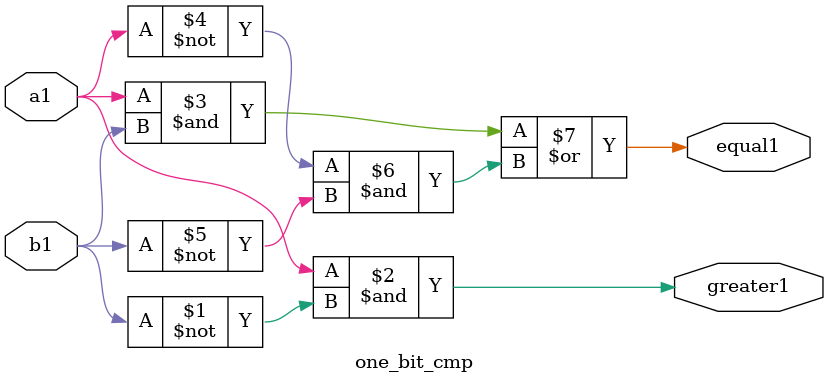
<source format=v>
`timescale 1ns / 1ps

module cmp4(
    input [3:0] A,
    input [3:0] B,
    output greater4,
	 output equal4
    );
	 wire[3:0] equal;
    wire[3:0] greater;
		one_bit_cmp cmp3(A[3], B[3], greater[3], equal[3]);
		one_bit_cmp cmp2(A[2], B[2], greater[2], equal[2]);
		one_bit_cmp cmp1(A[1], B[1], greater[1], equal[1]);
		one_bit_cmp cmp0(A[0], B[0], greater[0], equal[0]); 
	 assign greater4=greater[3]|(equal[3]&greater[2])|((&equal[3:2])&greater[1])|((&equal[3:1])&greater[0]); 
	 assign equal4=&equal;
endmodule

module one_bit_cmp(input a1, input b1, output greater1, output equal1);
		assign	greater1=a1 & ~b1;
		assign	equal1=(a1 & b1) | (~a1 & ~b1);
endmodule

</source>
